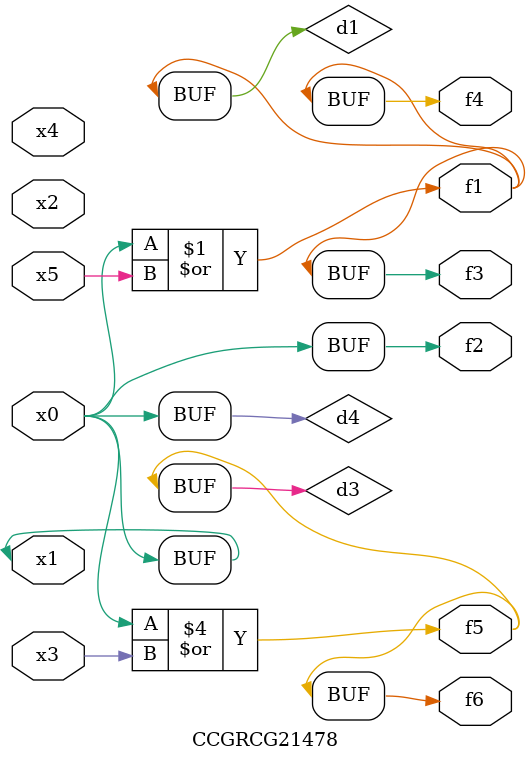
<source format=v>
module CCGRCG21478(
	input x0, x1, x2, x3, x4, x5,
	output f1, f2, f3, f4, f5, f6
);

	wire d1, d2, d3, d4;

	or (d1, x0, x5);
	xnor (d2, x1, x4);
	or (d3, x0, x3);
	buf (d4, x0, x1);
	assign f1 = d1;
	assign f2 = d4;
	assign f3 = d1;
	assign f4 = d1;
	assign f5 = d3;
	assign f6 = d3;
endmodule

</source>
